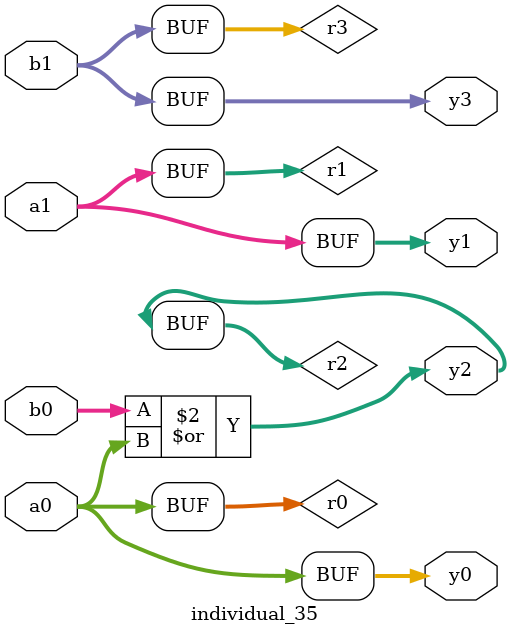
<source format=sv>
module individual_35(input logic [15:0] a1, input logic [15:0] a0, input logic [15:0] b1, input logic [15:0] b0, output logic [15:0] y3, output logic [15:0] y2, output logic [15:0] y1, output logic [15:0] y0);
logic [15:0] r0, r1, r2, r3; 
 always@(*) begin 
	 r0 = a0; r1 = a1; r2 = b0; r3 = b1; 
 	 r2  |=  r0 ;
 	 y3 = r3; y2 = r2; y1 = r1; y0 = r0; 
end
endmodule
</source>
